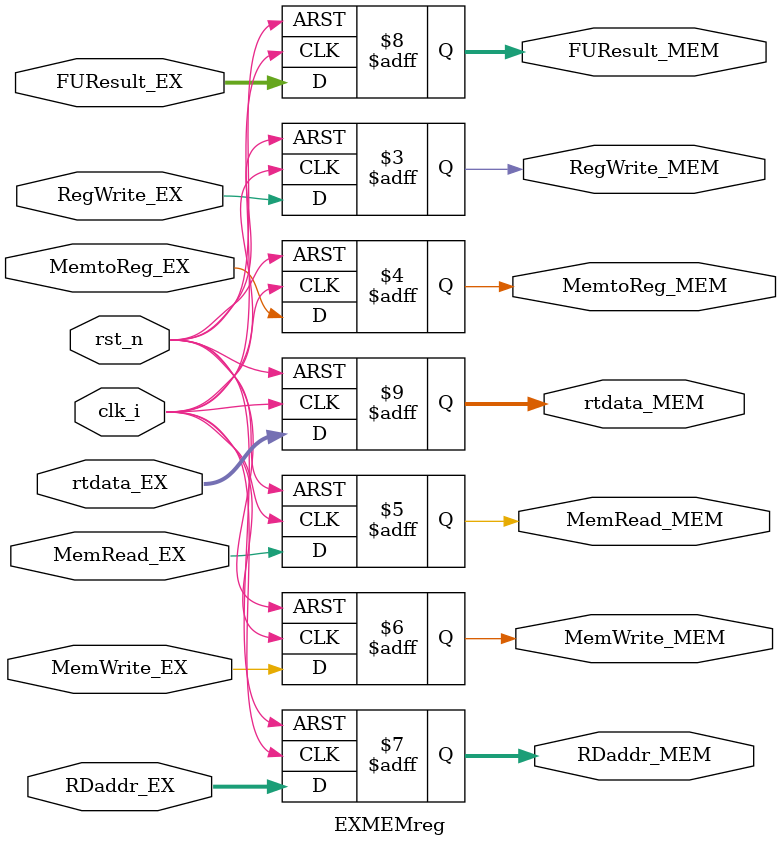
<source format=v>
module EXMEMreg(
           clk_i,
           rst_n,
           RegWrite_EX, //Decoder
           RegWrite_MEM,
           MemtoReg_EX,
           MemtoReg_MEM,
           MemRead_EX,
           MemRead_MEM,
           MemWrite_EX,
           MemWrite_MEM,
           RDaddr_EX,
           RDaddr_MEM,
           FUResult_EX,
           FUResult_MEM,
           rtdata_EX,
           rtdata_MEM,
       );
input clk_i;
input rst_n;
input RegWrite_EX;
input MemtoReg_EX;
input MemRead_EX;
input MemWrite_EX;
input [2:0] RDaddr_EX;
input [15:0] FUResult_EX;
input [15:0] rtdata_EX;


output reg RegWrite_MEM;
output reg MemtoReg_MEM;
output reg MemRead_MEM;
output reg MemWrite_MEM;
output reg [2:0] RDaddr_MEM;
output reg [15:0] FUResult_MEM;
output reg [15:0] rtdata_MEM;




always@(posedge clk_i or negedge rst_n)
begin
    if(!rst_n)
    begin
        RegWrite_MEM <= 1'b0;
        MemtoReg_MEM <= 1'b0;
        MemRead_MEM <= 1'b0;
        MemWrite_MEM <= 1'b0;
        RDaddr_MEM <= 3'b0;
        FUResult_MEM <= 16'b0;
        rtdata_MEM <= 16'b0;
    end

    else
    begin
        RegWrite_MEM <= RegWrite_EX;
        MemtoReg_MEM <= MemtoReg_EX;
        MemRead_MEM <= MemRead_EX;
        MemWrite_MEM <= MemWrite_EX;
        RDaddr_MEM <= RDaddr_EX;
        FUResult_MEM <= FUResult_EX;
        rtdata_MEM <= rtdata_EX;
    end

end

endmodule

</source>
